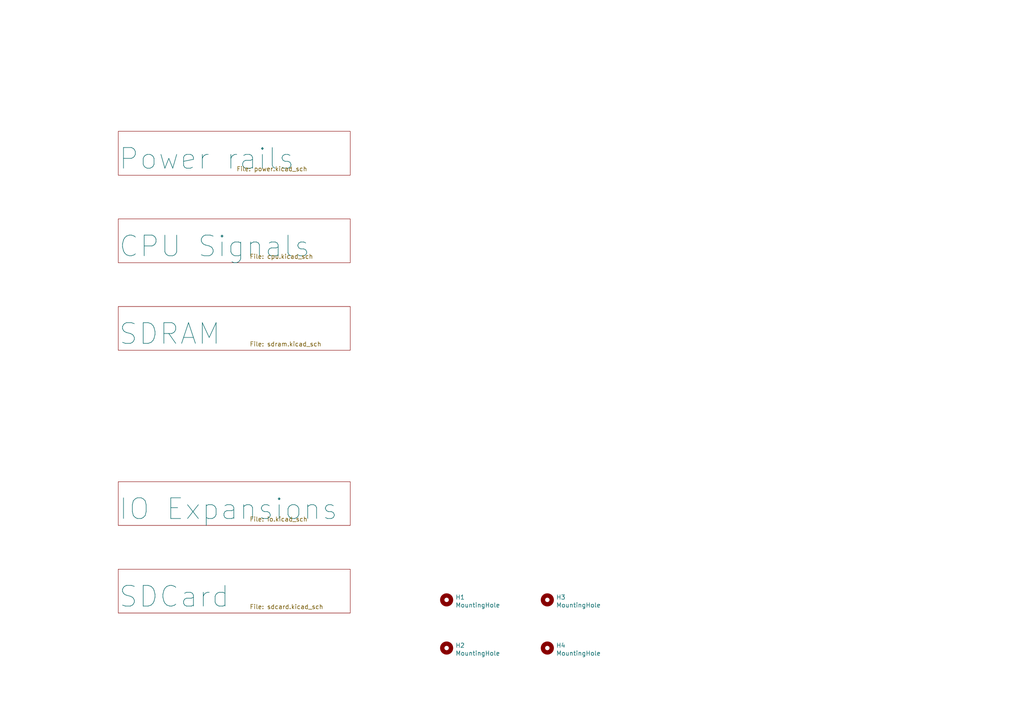
<source format=kicad_sch>
(kicad_sch (version 20211123) (generator eeschema)
  (paper "A4")
  (title_block (title "SAM9G10 SBC") (date "2021-11-28") (rev "0.1") (company "vd-rd"))
  (lib_symbols
    (symbol "Mechanical:MountingHole" (pin_names (offset 1.016))
      (property "Reference" "H" (at 0 5.08 0))
      (property "Value" "MountingHole" (at 0 3.175 0))
      (symbol "MountingHole_0_1"
        (circle (center 0 0) (radius 1.27) (stroke (width 1.27)))
      )
    )
  )
  (symbol (lib_id "Mechanical:MountingHole") (at 129.54 187.96 0) (unit 1)
    (property "Reference" "H2" (at 132.0801 187.1991 0) (effects (justify left)))
    (property "Value" "MountingHole" (at 132.0801 189.4978 0) (effects (justify left)))
    (property "Footprint" "MountingHole:MountingHole_2.7mm_M2.5_DIN965" (effects hide))
  )
  (symbol (lib_id "Mechanical:MountingHole") (at 158.75 173.99 0) (unit 1)
    (property "Reference" "H3" (at 161.2901 173.2291 0) (effects (justify left)))
    (property "Value" "MountingHole" (at 161.2901 175.5278 0) (effects (justify left)))
    (property "Footprint" "MountingHole:MountingHole_2.7mm_M2.5_DIN965" (effects hide))
  )
  (symbol (lib_id "Mechanical:MountingHole") (at 158.75 187.96 0) (unit 1)
    (property "Reference" "H4" (at 161.2901 187.1991 0) (effects (justify left)))
    (property "Value" "MountingHole" (at 161.2901 189.4978 0) (effects (justify left)))
    (property "Footprint" "MountingHole:MountingHole_2.7mm_M2.5_DIN965" (effects hide))
  )
  (symbol (lib_id "Mechanical:MountingHole") (at 129.54 173.99 0) (unit 1)
    (property "Reference" "H1" (at 132.0801 173.2291 0) (effects (justify left)))
    (property "Value" "MountingHole" (at 132.0801 175.5278 0) (effects (justify left)))
    (property "Footprint" "MountingHole:MountingHole_2.7mm_M2.5_DIN965" (effects hide))
  )
  (sheet (at 34.29 139.7) (size 67.31 12.7) (stroke (width 0.0006))
    (property "Sheet name" "IO Expansions" (at 34.29 151.13 0) (effects (font (size 6 6)) (justify left bottom)))
    (property "Sheet file" "io.kicad_sch" (at 72.39 149.86 0) (effects (justify left top)))
  )
  (sheet (at 34.29 165.1) (size 67.31 12.7) (stroke (width 0.0006))
    (property "Sheet name" "SDCard" (at 34.29 176.53 0) (effects (font (size 6 6)) (justify left bottom)))
    (property "Sheet file" "sdcard.kicad_sch" (at 72.39 175.26 0) (effects (justify left top)))
  )
  (sheet (at 34.29 88.9) (size 67.31 12.7) (stroke (width 0.0006))
    (property "Sheet name" "SDRAM" (at 34.29 100.33 0) (effects (font (size 6 6)) (justify left bottom)))
    (property "Sheet file" "sdram.kicad_sch" (at 72.39 99.06 0) (effects (justify left top)))
  )
  (sheet (at 34.29 38.1) (size 67.31 12.7) (stroke (width 0.0006))
    (property "Sheet name" "Power rails" (at 34.29 49.53 0) (effects (font (size 6 6)) (justify left bottom)))
    (property "Sheet file" "power.kicad_sch" (at 68.58 48.26 0) (effects (justify left top)))
  )
  (sheet (at 34.29 63.5) (size 67.31 12.7) (stroke (width 0.0006))
    (property "Sheet name" "CPU Signals" (at 34.29 74.93 0) (effects (font (size 6 6)) (justify left bottom)))
    (property "Sheet file" "cpu.kicad_sch" (at 72.39 73.66 0) (effects (justify left top)))
  )
)
</source>
